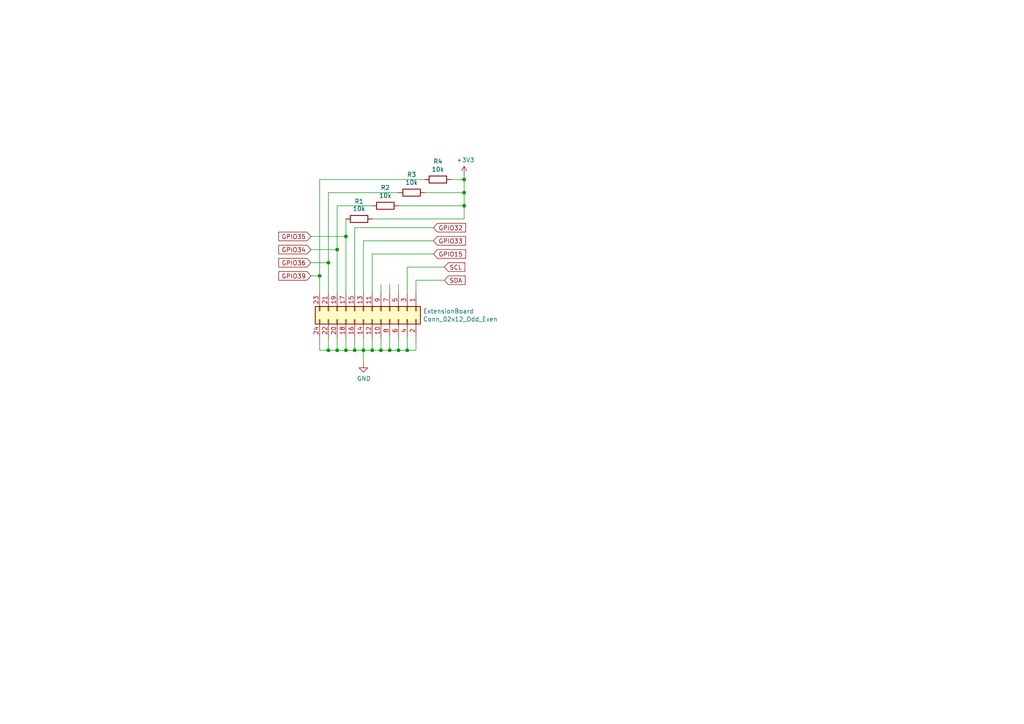
<source format=kicad_sch>
(kicad_sch (version 20230121) (generator eeschema)
  (paper "A4")
  (lib_symbols
    (symbol "Connector_Generic:Conn_02x12_Odd_Even" (pin_names (offset 1.016) hide)
      (property "Reference" "J" (at 1.27 15.24 0))
      (property "Value" "Conn_02x12_Odd_Even" (at 1.27 -17.78 0))
      (symbol "Conn_02x12_Odd_Even_1_1"
        (rectangle (start -1.27 -15.113) (end 0 -15.367) (stroke (width 0.1524)))
        (rectangle (start -1.27 -12.573) (end 0 -12.827) (stroke (width 0.1524)))
        (rectangle (start -1.27 -10.033) (end 0 -10.287) (stroke (width 0.1524)))
        (rectangle (start -1.27 -7.493) (end 0 -7.747) (stroke (width 0.1524)))
        (rectangle (start -1.27 -4.953) (end 0 -5.207) (stroke (width 0.1524)))
        (rectangle (start -1.27 -2.413) (end 0 -2.667) (stroke (width 0.1524)))
        (rectangle (start -1.27 0.127) (end 0 -0.127) (stroke (width 0.1524)))
        (rectangle (start -1.27 2.667) (end 0 2.413) (stroke (width 0.1524)))
        (rectangle (start -1.27 5.207) (end 0 4.953) (stroke (width 0.1524)))
        (rectangle (start -1.27 7.747) (end 0 7.493) (stroke (width 0.1524)))
        (rectangle (start -1.27 10.287) (end 0 10.033) (stroke (width 0.1524)))
        (rectangle (start -1.27 12.827) (end 0 12.573) (stroke (width 0.1524)))
        (rectangle (start -1.27 13.97) (end 3.81 -16.51) (stroke (width 0.254)) (fill (type background)))
        (rectangle (start 3.81 -15.113) (end 2.54 -15.367) (stroke (width 0.1524)))
        (rectangle (start 3.81 -12.573) (end 2.54 -12.827) (stroke (width 0.1524)))
        (rectangle (start 3.81 -10.033) (end 2.54 -10.287) (stroke (width 0.1524)))
        (rectangle (start 3.81 -7.493) (end 2.54 -7.747) (stroke (width 0.1524)))
        (rectangle (start 3.81 -4.953) (end 2.54 -5.207) (stroke (width 0.1524)))
        (rectangle (start 3.81 -2.413) (end 2.54 -2.667) (stroke (width 0.1524)))
        (rectangle (start 3.81 0.127) (end 2.54 -0.127) (stroke (width 0.1524)))
        (rectangle (start 3.81 2.667) (end 2.54 2.413) (stroke (width 0.1524)))
        (rectangle (start 3.81 5.207) (end 2.54 4.953) (stroke (width 0.1524)))
        (rectangle (start 3.81 7.747) (end 2.54 7.493) (stroke (width 0.1524)))
        (rectangle (start 3.81 10.287) (end 2.54 10.033) (stroke (width 0.1524)))
        (rectangle (start 3.81 12.827) (end 2.54 12.573) (stroke (width 0.1524)))
        (pin passive line (at -5.08 12.7 0) (length 3.81) (name "Pin_1") (number "1"))
        (pin passive line (at 7.62 2.54 180) (length 3.81) (name "Pin_10") (number "10"))
        (pin passive line (at -5.08 0 0) (length 3.81) (name "Pin_11") (number "11"))
        (pin passive line (at 7.62 0 180) (length 3.81) (name "Pin_12") (number "12"))
        (pin passive line (at -5.08 -2.54 0) (length 3.81) (name "Pin_13") (number "13"))
        (pin passive line (at 7.62 -2.54 180) (length 3.81) (name "Pin_14") (number "14"))
        (pin passive line (at -5.08 -5.08 0) (length 3.81) (name "Pin_15") (number "15"))
        (pin passive line (at 7.62 -5.08 180) (length 3.81) (name "Pin_16") (number "16"))
        (pin passive line (at -5.08 -7.62 0) (length 3.81) (name "Pin_17") (number "17"))
        (pin passive line (at 7.62 -7.62 180) (length 3.81) (name "Pin_18") (number "18"))
        (pin passive line (at -5.08 -10.16 0) (length 3.81) (name "Pin_19") (number "19"))
        (pin passive line (at 7.62 12.7 180) (length 3.81) (name "Pin_2") (number "2"))
        (pin passive line (at 7.62 -10.16 180) (length 3.81) (name "Pin_20") (number "20"))
        (pin passive line (at -5.08 -12.7 0) (length 3.81) (name "Pin_21") (number "21"))
        (pin passive line (at 7.62 -12.7 180) (length 3.81) (name "Pin_22") (number "22"))
        (pin passive line (at -5.08 -15.24 0) (length 3.81) (name "Pin_23") (number "23"))
        (pin passive line (at 7.62 -15.24 180) (length 3.81) (name "Pin_24") (number "24"))
        (pin passive line (at -5.08 10.16 0) (length 3.81) (name "Pin_3") (number "3"))
        (pin passive line (at 7.62 10.16 180) (length 3.81) (name "Pin_4") (number "4"))
        (pin passive line (at -5.08 7.62 0) (length 3.81) (name "Pin_5") (number "5"))
        (pin passive line (at 7.62 7.62 180) (length 3.81) (name "Pin_6") (number "6"))
        (pin passive line (at -5.08 5.08 0) (length 3.81) (name "Pin_7") (number "7"))
        (pin passive line (at 7.62 5.08 180) (length 3.81) (name "Pin_8") (number "8"))
        (pin passive line (at -5.08 2.54 0) (length 3.81) (name "Pin_9") (number "9"))
      )
    )
    (symbol "Device:R" (pin_numbers hide) (pin_names (offset 0))
      (property "Reference" "R" (at 2.032 0 90))
      (property "Value" "R" (at 0 0 90))
      (symbol "R_0_1"
        (rectangle (start -1.016 -2.54) (end 1.016 2.54) (stroke (width 0.254)))
      )
      (symbol "R_1_1"
        (pin passive line (at 0 3.81 270) (length 1.27) (name "~") (number "1"))
        (pin passive line (at 0 -3.81 90) (length 1.27) (name "~") (number "2"))
      )
    )
    (symbol "ESP32extention-rescue:+3.3V-power" (power) (pin_names (offset 0))
      (property "Value" "+3.3V-power" (at 0 3.556 0))
      (symbol "+3.3V-power_0_1"
        (polyline (pts (xy -0.762 1.27) (xy 0 2.54)))
        (polyline (pts (xy 0 0) (xy 0 2.54)))
        (polyline (pts (xy 0 2.54) (xy 0.762 1.27)))
      )
      (symbol "+3.3V-power_1_1"
        (pin power_in line (at 0 0 90) (length 0) hide (name "+3V3") (number "1"))
      )
    )
    (symbol "power:GND" (power) (pin_names (offset 0))
      (property "Value" "GND" (at 0 -3.81 0))
      (symbol "GND_0_1"
        (polyline (pts (xy 0 0) (xy 0 -1.27) (xy 1.27 -1.27) (xy 0 -2.54) (xy -1.27 -1.27) (xy 0 -1.27)))
      )
      (symbol "GND_1_1"
        (pin power_in line (at 0 0 270) (length 0) hide (name "GND") (number "1"))
      )
    )
  )
  (junction (at 95.25 76.2))
  (junction (at 97.79 101.6))
  (junction (at 134.62 52.07))
  (junction (at 97.79 72.39))
  (junction (at 134.62 55.88))
  (junction (at 92.71 80.01))
  (junction (at 107.95 101.6))
  (junction (at 102.87 101.6))
  (junction (at 110.49 101.6))
  (junction (at 100.33 101.6))
  (junction (at 115.57 101.6))
  (junction (at 105.41 101.6))
  (junction (at 134.62 59.69))
  (junction (at 95.25 101.6))
  (junction (at 113.03 101.6))
  (junction (at 100.33 68.58))
  (junction (at 118.11 101.6))
  (wire (pts (xy 110.49 101.6) (xy 113.03 101.6)))
  (wire (pts (xy 97.79 72.39) (xy 97.79 85.09)))
  (wire (pts (xy 107.95 63.5) (xy 134.62 63.5)))
  (wire (pts (xy 95.25 76.2) (xy 95.25 85.09)))
  (wire (pts (xy 102.87 66.04) (xy 102.87 85.09)))
  (wire (pts (xy 134.62 52.07) (xy 134.62 50.8)))
  (wire (pts (xy 120.65 81.28) (xy 120.65 85.09)))
  (wire (pts (xy 134.62 59.69) (xy 134.62 55.88)))
  (wire (pts (xy 95.25 97.79) (xy 95.25 101.6)))
  (wire (pts (xy 95.25 76.2) (xy 95.25 55.88)))
  (wire (pts (xy 134.62 63.5) (xy 134.62 59.69)))
  (wire (pts (xy 134.62 55.88) (xy 134.62 52.07)))
  (wire (pts (xy 120.65 101.6) (xy 120.65 97.79)))
  (wire (pts (xy 95.25 55.88) (xy 115.57 55.88)))
  (wire (pts (xy 110.49 97.79) (xy 110.49 101.6)))
  (wire (pts (xy 120.65 81.28) (xy 128.905 81.28)))
  (wire (pts (xy 90.17 80.01) (xy 92.71 80.01)))
  (wire (pts (xy 107.95 97.79) (xy 107.95 101.6)))
  (wire (pts (xy 107.95 101.6) (xy 110.49 101.6)))
  (wire (pts (xy 100.33 68.58) (xy 100.33 63.5)))
  (wire (pts (xy 90.17 76.2) (xy 95.25 76.2)))
  (wire (pts (xy 92.71 80.01) (xy 92.71 85.09)))
  (wire (pts (xy 100.33 68.58) (xy 100.33 85.09)))
  (wire (pts (xy 115.57 97.79) (xy 115.57 101.6)))
  (wire (pts (xy 107.95 73.66) (xy 107.95 85.09)))
  (wire (pts (xy 118.11 97.79) (xy 118.11 101.6)))
  (wire (pts (xy 118.11 101.6) (xy 120.65 101.6)))
  (wire (pts (xy 113.03 101.6) (xy 115.57 101.6)))
  (wire (pts (xy 105.41 105.41) (xy 105.41 101.6)))
  (wire (pts (xy 95.25 101.6) (xy 97.79 101.6)))
  (wire (pts (xy 97.79 101.6) (xy 100.33 101.6)))
  (wire (pts (xy 118.11 77.47) (xy 118.11 85.09)))
  (wire (pts (xy 102.87 97.79) (xy 102.87 101.6)))
  (wire (pts (xy 105.41 101.6) (xy 107.95 101.6)))
  (wire (pts (xy 125.73 66.04) (xy 102.87 66.04)))
  (wire (pts (xy 115.57 59.69) (xy 134.62 59.69)))
  (wire (pts (xy 115.57 101.6) (xy 118.11 101.6)))
  (wire (pts (xy 113.03 85.09) (xy 113.03 82.55)))
  (wire (pts (xy 118.11 77.47) (xy 128.905 77.47)))
  (wire (pts (xy 90.17 72.39) (xy 97.79 72.39)))
  (wire (pts (xy 105.41 69.85) (xy 105.41 85.09)))
  (wire (pts (xy 105.41 97.79) (xy 105.41 101.6)))
  (wire (pts (xy 113.03 97.79) (xy 113.03 101.6)))
  (wire (pts (xy 92.71 52.07) (xy 123.19 52.07)))
  (wire (pts (xy 90.17 68.58) (xy 100.33 68.58)))
  (wire (pts (xy 115.57 85.09) (xy 115.57 82.55)))
  (wire (pts (xy 110.49 85.09) (xy 110.49 82.55)))
  (wire (pts (xy 123.19 55.88) (xy 134.62 55.88)))
  (wire (pts (xy 102.87 101.6) (xy 105.41 101.6)))
  (wire (pts (xy 97.79 59.69) (xy 107.95 59.69)))
  (wire (pts (xy 100.33 101.6) (xy 102.87 101.6)))
  (wire (pts (xy 125.73 73.66) (xy 107.95 73.66)))
  (wire (pts (xy 92.71 97.79) (xy 92.71 101.6)))
  (wire (pts (xy 92.71 101.6) (xy 95.25 101.6)))
  (wire (pts (xy 92.71 52.07) (xy 92.71 80.01)))
  (wire (pts (xy 100.33 97.79) (xy 100.33 101.6)))
  (wire (pts (xy 125.73 69.85) (xy 105.41 69.85)))
  (wire (pts (xy 97.79 97.79) (xy 97.79 101.6)))
  (wire (pts (xy 97.79 59.69) (xy 97.79 72.39)))
  (wire (pts (xy 130.81 52.07) (xy 134.62 52.07)))
  (global_label "SDA" (shape input) (at 128.905 81.28 0) (property "Intersheetrefs" "${INTERSHEET_REFS}" (effects hide)))
  (global_label "GPIO32" (shape input) (at 125.73 66.04 0) (property "Intersheetrefs" "${INTERSHEET_REFS}" (effects hide)))
  (global_label "SCL" (shape input) (at 128.905 77.47 0) (property "Intersheetrefs" "${INTERSHEET_REFS}" (effects hide)))
  (global_label "GPIO36" (shape input) (at 90.17 76.2 180) (property "Intersheetrefs" "${INTERSHEET_REFS}" (effects hide)))
  (global_label "GPIO35" (shape input) (at 90.17 68.58 180) (property "Intersheetrefs" "${INTERSHEET_REFS}" (effects hide)))
  (global_label "GPIO15" (shape input) (at 125.73 73.66 0) (property "Intersheetrefs" "${INTERSHEET_REFS}" (effects hide)))
  (global_label "GPIO33" (shape input) (at 125.73 69.85 0) (property "Intersheetrefs" "${INTERSHEET_REFS}" (effects hide)))
  (global_label "GPIO39" (shape input) (at 90.17 80.01 180) (property "Intersheetrefs" "${INTERSHEET_REFS}" (effects hide)))
  (global_label "GPIO34" (shape input) (at 90.17 72.39 180) (property "Intersheetrefs" "${INTERSHEET_REFS}" (effects hide)))
  (symbol (lib_id "Connector_Generic:Conn_02x12_Odd_Even") (at 107.95 90.17 270) (unit 1)
    (property "Reference" "ExtensionBoard" (at 122.682 90.2716 90) (effects (justify left)))
    (property "Value" "Conn_02x12_Odd_Even" (at 122.682 92.583 90) (effects (justify left)))
  )
  (symbol (lib_id "power:GND") (at 105.41 105.41 0) (unit 1)
    (property "Reference" "#PWR?" (effects hide))
    (property "Value" "GND" (at 105.537 109.8042 0))
  )
  (symbol (lib_id "ESP32extention-rescue:+3.3V-power") (at 134.62 50.8 0) (unit 1)
    (property "Reference" "#PWR?" (effects hide))
    (property "Value" "+3.3V" (at 135.001 46.4058 0))
  )
  (symbol (lib_id "Device:R") (at 104.14 63.5 270) (unit 1)
    (property "Reference" "R1" (at 104.14 58.42 90))
    (property "Value" "10k" (at 104.14 60.5536 90))
  )
  (symbol (lib_id "Device:R") (at 111.76 59.69 270) (unit 1)
    (property "Reference" "R2" (at 111.76 54.4322 90))
    (property "Value" "10k" (at 111.76 56.7436 90))
  )
  (symbol (lib_id "Device:R") (at 119.38 55.88 270) (unit 1)
    (property "Reference" "R3" (at 119.38 50.6222 90))
    (property "Value" "10k" (at 119.38 52.9336 90))
  )
  (symbol (lib_id "Device:R") (at 127 52.07 270) (unit 1)
    (property "Reference" "R4" (at 127 46.8122 90))
    (property "Value" "10k" (at 127 49.1236 90))
  )
)
</source>
